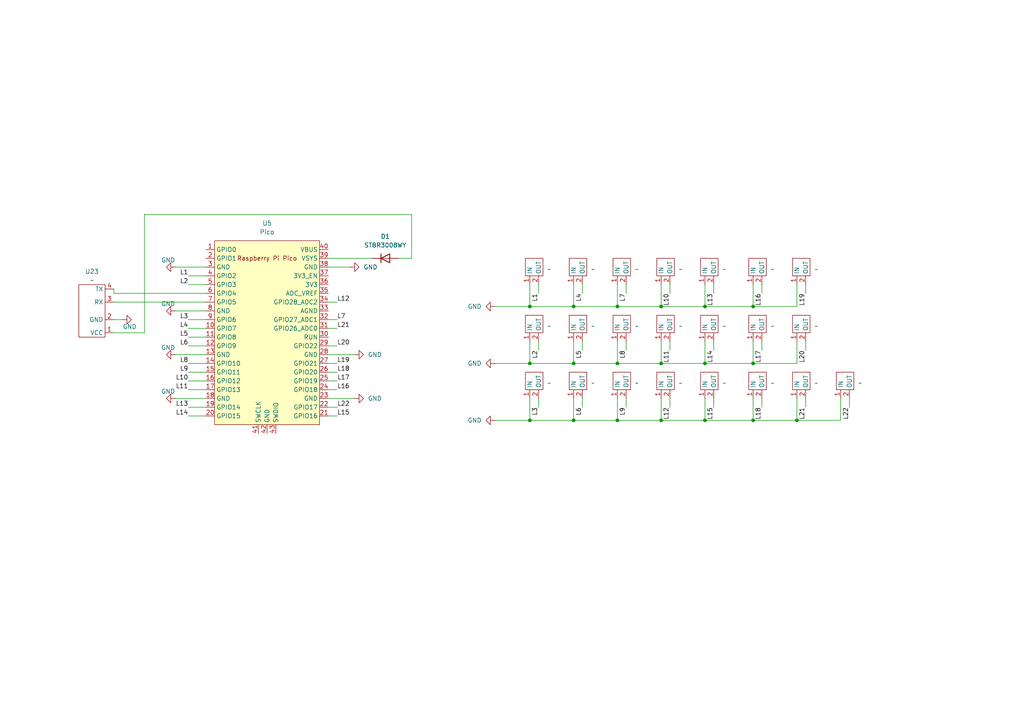
<source format=kicad_sch>
(kicad_sch (version 20231120) (generator "eeschema") (generator_version "8.0")
  (paper "A4")
  (lib_symbols
    (symbol "3:Communication_Port"
      (property "Reference" "U" (at 0 0 0))
      (symbol "Communication_Port_0_1"
        (rectangle (start -7.62 6.35) (end 7.62 -1.27))
      )
      (symbol "Communication_Port_1_1"
        (pin bidirectional line (at -6.35 -3.81 90) (length 2.54) (name "VCC") (number "1"))
        (pin bidirectional line (at -2.54 -3.81 90) (length 2.54) (name "GND") (number "2"))
        (pin bidirectional line (at 2.54 -3.81 90) (length 2.54) (name "RX") (number "3"))
        (pin bidirectional line (at 6.35 -3.81 90) (length 2.54) (name "TX") (number "4"))
      )
    )
    (symbol "AAA My Lib22:Gateron_Key"
      (property "Reference" "U" (at 0 0 0))
      (symbol "Gateron_Key_1_1"
        (rectangle (start -2.54 3.81) (end 2.54 -1.27))
        (pin input line (at -1.27 -3.81 90) (length 2.54) (name "IN") (number "1"))
        (pin output line (at 1.27 -3.81 90) (length 2.54) (name "OUT") (number "2"))
      )
    )
    (symbol "Diode:STBR3008WY" (pin_numbers hide) (pin_names hide)
      (property "Reference" "D" (at 0 5.08 0))
      (property "Value" "STBR3008WY" (at 0 2.54 0))
      (symbol "STBR3008WY_0_1"
        (polyline (pts (xy -1.27 1.27) (xy -1.27 -1.27)) (stroke (width 0.254)))
        (polyline (pts (xy 1.27 0) (xy -1.27 0)))
        (polyline (pts (xy 1.27 1.27) (xy 1.27 -1.27) (xy -1.27 0) (xy 1.27 1.27)) (stroke (width 0.254)))
      )
      (symbol "STBR3008WY_1_1"
        (pin passive line (at -3.81 0 0) (length 2.54) (name "K") (number "1"))
        (pin passive line (at 3.81 0 180) (length 2.54) (name "A") (number "2"))
      )
    )
    (symbol "MCU_RaspberryPi_and_Boards:Pico"
      (property "Reference" "U" (at -13.97 27.94 0))
      (property "Value" "Pico" (at 0 19.05 0))
      (symbol "Pico_0_0"
        (text "Raspberry Pi Pico" (at 0 21.59 0) (effects (font (size 1.27 1.27))))
      )
      (symbol "Pico_0_1"
        (rectangle (start -15.24 26.67) (end 15.24 -26.67) (fill (type background)))
      )
      (symbol "Pico_1_1"
        (pin bidirectional line (at -17.78 24.13 0) (length 2.54) (name "GPIO0") (number "1"))
        (pin bidirectional line (at -17.78 1.27 0) (length 2.54) (name "GPIO7") (number "10"))
        (pin bidirectional line (at -17.78 -1.27 0) (length 2.54) (name "GPIO8") (number "11"))
        (pin bidirectional line (at -17.78 -3.81 0) (length 2.54) (name "GPIO9") (number "12"))
        (pin power_in line (at -17.78 -6.35 0) (length 2.54) (name "GND") (number "13"))
        (pin bidirectional line (at -17.78 -8.89 0) (length 2.54) (name "GPIO10") (number "14"))
        (pin bidirectional line (at -17.78 -11.43 0) (length 2.54) (name "GPIO11") (number "15"))
        (pin bidirectional line (at -17.78 -13.97 0) (length 2.54) (name "GPIO12") (number "16"))
        (pin bidirectional line (at -17.78 -16.51 0) (length 2.54) (name "GPIO13") (number "17"))
        (pin power_in line (at -17.78 -19.05 0) (length 2.54) (name "GND") (number "18"))
        (pin bidirectional line (at -17.78 -21.59 0) (length 2.54) (name "GPIO14") (number "19"))
        (pin bidirectional line (at -17.78 21.59 0) (length 2.54) (name "GPIO1") (number "2"))
        (pin bidirectional line (at -17.78 -24.13 0) (length 2.54) (name "GPIO15") (number "20"))
        (pin bidirectional line (at 17.78 -24.13 180) (length 2.54) (name "GPIO16") (number "21"))
        (pin bidirectional line (at 17.78 -21.59 180) (length 2.54) (name "GPIO17") (number "22"))
        (pin power_in line (at 17.78 -19.05 180) (length 2.54) (name "GND") (number "23"))
        (pin bidirectional line (at 17.78 -16.51 180) (length 2.54) (name "GPIO18") (number "24"))
        (pin bidirectional line (at 17.78 -13.97 180) (length 2.54) (name "GPIO19") (number "25"))
        (pin bidirectional line (at 17.78 -11.43 180) (length 2.54) (name "GPIO20") (number "26"))
        (pin bidirectional line (at 17.78 -8.89 180) (length 2.54) (name "GPIO21") (number "27"))
        (pin power_in line (at 17.78 -6.35 180) (length 2.54) (name "GND") (number "28"))
        (pin bidirectional line (at 17.78 -3.81 180) (length 2.54) (name "GPIO22") (number "29"))
        (pin power_in line (at -17.78 19.05 0) (length 2.54) (name "GND") (number "3"))
        (pin input line (at 17.78 -1.27 180) (length 2.54) (name "RUN") (number "30"))
        (pin bidirectional line (at 17.78 1.27 180) (length 2.54) (name "GPIO26_ADC0") (number "31"))
        (pin bidirectional line (at 17.78 3.81 180) (length 2.54) (name "GPIO27_ADC1") (number "32"))
        (pin power_in line (at 17.78 6.35 180) (length 2.54) (name "AGND") (number "33"))
        (pin bidirectional line (at 17.78 8.89 180) (length 2.54) (name "GPIO28_ADC2") (number "34"))
        (pin power_in line (at 17.78 11.43 180) (length 2.54) (name "ADC_VREF") (number "35"))
        (pin power_in line (at 17.78 13.97 180) (length 2.54) (name "3V3") (number "36"))
        (pin input line (at 17.78 16.51 180) (length 2.54) (name "3V3_EN") (number "37"))
        (pin bidirectional line (at 17.78 19.05 180) (length 2.54) (name "GND") (number "38"))
        (pin power_in line (at 17.78 21.59 180) (length 2.54) (name "VSYS") (number "39"))
        (pin bidirectional line (at -17.78 16.51 0) (length 2.54) (name "GPIO2") (number "4"))
        (pin power_in line (at 17.78 24.13 180) (length 2.54) (name "VBUS") (number "40"))
        (pin input line (at -2.54 -29.21 90) (length 2.54) (name "SWCLK") (number "41"))
        (pin power_in line (at 0 -29.21 90) (length 2.54) (name "GND") (number "42"))
        (pin bidirectional line (at 2.54 -29.21 90) (length 2.54) (name "SWDIO") (number "43"))
        (pin bidirectional line (at -17.78 13.97 0) (length 2.54) (name "GPIO3") (number "5"))
        (pin bidirectional line (at -17.78 11.43 0) (length 2.54) (name "GPIO4") (number "6"))
        (pin bidirectional line (at -17.78 8.89 0) (length 2.54) (name "GPIO5") (number "7"))
        (pin power_in line (at -17.78 6.35 0) (length 2.54) (name "GND") (number "8"))
        (pin bidirectional line (at -17.78 3.81 0) (length 2.54) (name "GPIO6") (number "9"))
      )
    )
    (symbol "power:GND" (power) (pin_numbers hide) (pin_names (offset 0) hide)
      (property "Value" "GND" (at 0 -3.81 0))
      (symbol "GND_0_1"
        (polyline (pts (xy 0 0) (xy 0 -1.27) (xy 1.27 -1.27) (xy 0 -2.54) (xy -1.27 -1.27) (xy 0 -1.27)))
      )
      (symbol "GND_1_1"
        (pin power_in line (at 0 0 270) (length 0) (name "~") (number "1"))
      )
    )
  )
  (junction (at 218.44 105.41))
  (junction (at 179.07 88.9))
  (junction (at 231.14 121.92))
  (junction (at 153.67 105.41))
  (junction (at 218.44 121.92))
  (junction (at 218.44 88.9))
  (junction (at 179.07 121.92))
  (junction (at 204.47 121.92))
  (junction (at 166.37 88.9))
  (junction (at 153.67 121.92))
  (junction (at 191.77 105.41))
  (junction (at 166.37 105.41))
  (junction (at 179.07 105.41))
  (junction (at 191.77 88.9))
  (junction (at 153.67 88.9))
  (junction (at 191.77 121.92))
  (junction (at 204.47 105.41))
  (junction (at 204.47 88.9))
  (junction (at 166.37 121.92))
  (wire (pts (xy 54.61 92.71) (xy 59.69 92.71)))
  (wire (pts (xy 168.91 99.06) (xy 168.91 101.6)))
  (wire (pts (xy 166.37 115.57) (xy 166.37 121.92)))
  (wire (pts (xy 54.61 120.65) (xy 59.69 120.65)))
  (wire (pts (xy 179.07 121.92) (xy 191.77 121.92)))
  (wire (pts (xy 207.01 99.06) (xy 207.01 101.6)))
  (wire (pts (xy 33.02 87.63) (xy 59.69 87.63)))
  (wire (pts (xy 191.77 99.06) (xy 191.77 105.41)))
  (wire (pts (xy 119.38 62.23) (xy 119.38 74.93)))
  (wire (pts (xy 204.47 99.06) (xy 204.47 105.41)))
  (wire (pts (xy 54.61 100.33) (xy 59.69 100.33)))
  (wire (pts (xy 54.61 113.03) (xy 59.69 113.03)))
  (wire (pts (xy 204.47 121.92) (xy 218.44 121.92)))
  (wire (pts (xy 179.07 88.9) (xy 179.07 82.55)))
  (wire (pts (xy 231.14 88.9) (xy 231.14 82.55)))
  (wire (pts (xy 191.77 105.41) (xy 204.47 105.41)))
  (wire (pts (xy 95.25 87.63) (xy 97.79 87.63)))
  (wire (pts (xy 168.91 82.55) (xy 168.91 85.09)))
  (wire (pts (xy 204.47 88.9) (xy 204.47 82.55)))
  (wire (pts (xy 243.84 115.57) (xy 243.84 121.92)))
  (wire (pts (xy 33.02 92.71) (xy 35.56 92.71)))
  (wire (pts (xy 95.25 115.57) (xy 102.87 115.57)))
  (wire (pts (xy 95.25 95.25) (xy 97.79 95.25)))
  (wire (pts (xy 54.61 107.95) (xy 59.69 107.95)))
  (wire (pts (xy 95.25 107.95) (xy 97.79 107.95)))
  (wire (pts (xy 95.25 120.65) (xy 97.79 120.65)))
  (wire (pts (xy 204.47 121.92) (xy 191.77 121.92)))
  (wire (pts (xy 143.51 88.9) (xy 153.67 88.9)))
  (wire (pts (xy 166.37 88.9) (xy 179.07 88.9)))
  (wire (pts (xy 179.07 88.9) (xy 191.77 88.9)))
  (wire (pts (xy 95.25 118.11) (xy 97.79 118.11)))
  (wire (pts (xy 194.31 82.55) (xy 194.31 85.09)))
  (wire (pts (xy 156.21 115.57) (xy 156.21 118.11)))
  (wire (pts (xy 243.84 121.92) (xy 231.14 121.92)))
  (wire (pts (xy 54.61 82.55) (xy 59.69 82.55)))
  (wire (pts (xy 194.31 115.57) (xy 194.31 118.11)))
  (wire (pts (xy 153.67 88.9) (xy 153.67 82.55)))
  (wire (pts (xy 54.61 97.79) (xy 59.69 97.79)))
  (wire (pts (xy 231.14 121.92) (xy 218.44 121.92)))
  (wire (pts (xy 95.25 92.71) (xy 97.79 92.71)))
  (wire (pts (xy 54.61 95.25) (xy 59.69 95.25)))
  (wire (pts (xy 143.51 121.92) (xy 153.67 121.92)))
  (wire (pts (xy 95.25 77.47) (xy 101.6 77.47)))
  (wire (pts (xy 41.91 96.52) (xy 33.02 96.52)))
  (wire (pts (xy 54.61 105.41) (xy 59.69 105.41)))
  (wire (pts (xy 54.61 110.49) (xy 59.69 110.49)))
  (wire (pts (xy 191.77 88.9) (xy 191.77 82.55)))
  (wire (pts (xy 156.21 99.06) (xy 156.21 101.6)))
  (wire (pts (xy 204.47 115.57) (xy 204.47 121.92)))
  (wire (pts (xy 179.07 105.41) (xy 191.77 105.41)))
  (wire (pts (xy 191.77 88.9) (xy 204.47 88.9)))
  (wire (pts (xy 95.25 74.93) (xy 107.95 74.93)))
  (wire (pts (xy 231.14 99.06) (xy 231.14 105.41)))
  (wire (pts (xy 218.44 115.57) (xy 218.44 121.92)))
  (wire (pts (xy 156.21 82.55) (xy 156.21 85.09)))
  (wire (pts (xy 233.68 99.06) (xy 233.68 101.6)))
  (wire (pts (xy 33.02 85.09) (xy 33.02 83.82)))
  (wire (pts (xy 181.61 99.06) (xy 181.61 101.6)))
  (wire (pts (xy 41.91 62.23) (xy 41.91 96.52)))
  (wire (pts (xy 50.8 102.87) (xy 59.69 102.87)))
  (wire (pts (xy 153.67 99.06) (xy 153.67 105.41)))
  (wire (pts (xy 166.37 99.06) (xy 166.37 105.41)))
  (wire (pts (xy 220.98 115.57) (xy 220.98 118.11)))
  (wire (pts (xy 143.51 105.41) (xy 153.67 105.41)))
  (wire (pts (xy 207.01 115.57) (xy 207.01 118.11)))
  (wire (pts (xy 95.25 102.87) (xy 102.87 102.87)))
  (wire (pts (xy 179.07 121.92) (xy 166.37 121.92)))
  (wire (pts (xy 95.25 100.33) (xy 97.79 100.33)))
  (wire (pts (xy 54.61 80.01) (xy 59.69 80.01)))
  (wire (pts (xy 218.44 88.9) (xy 218.44 82.55)))
  (wire (pts (xy 50.8 77.47) (xy 59.69 77.47)))
  (wire (pts (xy 95.25 105.41) (xy 97.79 105.41)))
  (wire (pts (xy 41.91 62.23) (xy 119.38 62.23)))
  (wire (pts (xy 50.8 90.17) (xy 59.69 90.17)))
  (wire (pts (xy 50.8 115.57) (xy 59.69 115.57)))
  (wire (pts (xy 181.61 82.55) (xy 181.61 85.09)))
  (wire (pts (xy 59.69 85.09) (xy 33.02 85.09)))
  (wire (pts (xy 204.47 88.9) (xy 218.44 88.9)))
  (wire (pts (xy 194.31 99.06) (xy 194.31 101.6)))
  (wire (pts (xy 218.44 99.06) (xy 218.44 105.41)))
  (wire (pts (xy 95.25 110.49) (xy 97.79 110.49)))
  (wire (pts (xy 166.37 88.9) (xy 166.37 82.55)))
  (wire (pts (xy 153.67 105.41) (xy 166.37 105.41)))
  (wire (pts (xy 191.77 115.57) (xy 191.77 121.92)))
  (wire (pts (xy 207.01 82.55) (xy 207.01 85.09)))
  (wire (pts (xy 153.67 88.9) (xy 166.37 88.9)))
  (wire (pts (xy 166.37 105.41) (xy 179.07 105.41)))
  (wire (pts (xy 233.68 115.57) (xy 233.68 118.11)))
  (wire (pts (xy 95.25 113.03) (xy 97.79 113.03)))
  (wire (pts (xy 204.47 105.41) (xy 218.44 105.41)))
  (wire (pts (xy 168.91 115.57) (xy 168.91 118.11)))
  (wire (pts (xy 166.37 121.92) (xy 153.67 121.92)))
  (wire (pts (xy 218.44 105.41) (xy 231.14 105.41)))
  (wire (pts (xy 153.67 121.92) (xy 153.67 115.57)))
  (wire (pts (xy 179.07 99.06) (xy 179.07 105.41)))
  (wire (pts (xy 218.44 88.9) (xy 231.14 88.9)))
  (wire (pts (xy 233.68 82.55) (xy 233.68 85.09)))
  (wire (pts (xy 220.98 82.55) (xy 220.98 85.09)))
  (wire (pts (xy 119.38 74.93) (xy 115.57 74.93)))
  (wire (pts (xy 181.61 115.57) (xy 181.61 118.11)))
  (wire (pts (xy 54.61 118.11) (xy 59.69 118.11)))
  (wire (pts (xy 179.07 115.57) (xy 179.07 121.92)))
  (wire (pts (xy 231.14 115.57) (xy 231.14 121.92)))
  (wire (pts (xy 246.38 115.57) (xy 246.38 118.11)))
  (wire (pts (xy 220.98 99.06) (xy 220.98 101.6)))
  (label "L17" (at 97.79 110.49 0))
  (label "L20" (at 97.79 100.33 0))
  (label "L12" (at 194.31 118.11 270))
  (label "L19" (at 233.68 85.09 270))
  (label "L22" (at 97.79 118.11 0))
  (label "L7" (at 97.79 92.71 0))
  (label "L7" (at 181.61 85.09 270))
  (label "L13" (at 54.61 118.11 180))
  (label "L6" (at 168.91 118.11 270))
  (label "L14" (at 207.01 101.6 270))
  (label "L1" (at 54.61 80.01 180))
  (label "L9" (at 54.61 107.95 180))
  (label "L4" (at 54.61 95.25 180))
  (label "L3" (at 54.61 92.71 180))
  (label "L16" (at 97.79 113.03 0))
  (label "L14" (at 54.61 120.65 180))
  (label "L1" (at 156.21 85.09 270))
  (label "L10" (at 54.61 110.49 180))
  (label "L19" (at 97.79 105.41 0))
  (label "L2" (at 54.61 82.55 180))
  (label "L11" (at 54.61 113.03 180))
  (label "L15" (at 97.79 120.65 0))
  (label "L4" (at 168.91 85.09 270))
  (label "L13" (at 207.01 85.09 270))
  (label "L15" (at 207.01 118.11 270))
  (label "L10" (at 194.31 85.09 270))
  (label "L17" (at 220.98 101.6 270))
  (label "L16" (at 220.98 85.09 270))
  (label "L12" (at 97.79 87.63 0))
  (label "L11" (at 194.31 101.6 270))
  (label "L18" (at 220.98 118.11 270))
  (label "L6" (at 54.61 100.33 180))
  (label "L21" (at 97.79 95.25 0))
  (label "L18" (at 97.79 107.95 0))
  (label "L21" (at 233.68 118.11 270))
  (label "L8" (at 54.61 105.41 180))
  (label "L5" (at 54.61 97.79 180))
  (label "L3" (at 156.21 118.11 270))
  (label "L20" (at 233.68 101.6 270))
  (label "L9" (at 181.61 118.11 270))
  (label "L8" (at 181.61 101.6 270))
  (label "L22" (at 246.38 118.11 270))
  (label "L5" (at 168.91 101.6 270))
  (label "L2" (at 156.21 101.6 270))
  (symbol (lib_id "AAA My Lib22:Gateron_Key") (at 232.41 78.74 0) (unit 1)
    (property "Reference" "U18" (at 236.22 76.835 0) (effects (font (size 0.0254 0.0254)) (justify left)))
    (property "Value" "~" (at 236.22 78.105 0) (effects (justify left)))
    (property "Footprint" "1:Gateron Switch Footprint" (effects (hide yes)))
  )
  (symbol (lib_id "power:GND") (at 50.8 102.87 270) (unit 1)
    (property "Reference" "#PWR010" (effects (hide yes)))
    (property "Value" "GND" (at 50.8 100.838 90) (effects (justify right)))
    (property "Description" "Power symbol creates a global label with name \"GND\" , ground" (effects (hide yes)))
  )
  (symbol (lib_id "AAA My Lib22:Gateron_Key") (at 167.64 78.74 0) (unit 1)
    (property "Reference" "U2" (at 171.45 76.835 0) (effects (font (size 0.0254 0.0254)) (justify left)))
    (property "Value" "~" (at 171.45 78.105 0) (effects (justify left)))
    (property "Footprint" "1:Gateron Switch Footprint" (effects (hide yes)))
  )
  (symbol (lib_id "AAA My Lib22:Gateron_Key") (at 193.04 78.74 0) (unit 1)
    (property "Reference" "U4" (at 196.85 76.835 0) (effects (font (size 0.0254 0.0254)) (justify left)))
    (property "Value" "~" (at 196.85 78.105 0) (effects (justify left)))
    (property "Footprint" "1:Gateron Switch Footprint" (effects (hide yes)))
  )
  (symbol (lib_id "AAA My Lib22:Gateron_Key") (at 180.34 111.76 0) (unit 1)
    (property "Reference" "U14" (at 184.15 109.855 0) (effects (font (size 0.0254 0.0254)) (justify left)))
    (property "Value" "~" (at 184.15 111.125 0) (effects (justify left)))
    (property "Footprint" "1:Gateron Switch Footprint" (effects (hide yes)))
  )
  (symbol (lib_id "AAA My Lib22:Gateron_Key") (at 219.71 95.25 0) (unit 1)
    (property "Reference" "U19" (at 223.52 93.345 0) (effects (font (size 0.0254 0.0254)) (justify left)))
    (property "Value" "~" (at 223.52 94.615 0) (effects (justify left)))
    (property "Footprint" "1:Gateron Switch Footprint" (effects (hide yes)))
  )
  (symbol (lib_id "MCU_RaspberryPi_and_Boards:Pico") (at 77.47 96.52 0) (unit 1)
    (property "Reference" "U5" (at 77.47 64.77 0))
    (property "Value" "Pico" (at 77.47 67.31 0))
    (property "Footprint" "MCU_RaspberryPi_and_Boards:RPi_Pico_SMD_TH" (effects (hide yes)))
  )
  (symbol (lib_id "AAA My Lib22:Gateron_Key") (at 205.74 95.25 0) (unit 1)
    (property "Reference" "U11" (at 209.55 93.345 0) (effects (font (size 0.0254 0.0254)) (justify left)))
    (property "Value" "~" (at 209.55 94.615 0) (effects (justify left)))
    (property "Footprint" "1:Gateron Switch Footprint" (effects (hide yes)))
  )
  (symbol (lib_id "AAA My Lib22:Gateron_Key") (at 205.74 111.76 0) (unit 1)
    (property "Reference" "U16" (at 209.55 109.855 0) (effects (font (size 0.0254 0.0254)) (justify left)))
    (property "Value" "~" (at 209.55 111.125 0) (effects (justify left)))
    (property "Footprint" "1:Gateron Switch Footprint" (effects (hide yes)))
  )
  (symbol (lib_id "AAA My Lib22:Gateron_Key") (at 154.94 95.25 0) (unit 1)
    (property "Reference" "U7" (at 158.75 93.345 0) (effects (font (size 0.0254 0.0254)) (justify left)))
    (property "Value" "~" (at 158.75 94.615 0) (effects (justify left)))
    (property "Footprint" "1:Gateron Switch Footprint" (effects (hide yes)))
  )
  (symbol (lib_id "AAA My Lib22:Gateron_Key") (at 219.71 78.74 0) (unit 1)
    (property "Reference" "U17" (at 223.52 76.835 0) (effects (font (size 0.0254 0.0254)) (justify left)))
    (property "Value" "~" (at 223.52 78.105 0) (effects (justify left)))
    (property "Footprint" "1:Gateron Switch Footprint" (effects (hide yes)))
  )
  (symbol (lib_id "AAA My Lib22:Gateron_Key") (at 245.11 111.76 0) (unit 1)
    (property "Reference" "U24" (at 248.92 109.855 0) (effects (font (size 0.0254 0.0254)) (justify left)))
    (property "Value" "~" (at 248.92 111.125 0) (effects (justify left)))
    (property "Footprint" "1:Gateron Switch Footprint" (effects (hide yes)))
  )
  (symbol (lib_id "power:GND") (at 143.51 105.41 270) (unit 1)
    (property "Reference" "#PWR07" (effects (hide yes)))
    (property "Value" "GND" (at 139.7 105.4099 90) (effects (justify right)))
    (property "Description" "Power symbol creates a global label with name \"GND\" , ground" (effects (hide yes)))
  )
  (symbol (lib_id "AAA My Lib22:Gateron_Key") (at 193.04 111.76 0) (unit 1)
    (property "Reference" "U15" (at 196.85 109.855 0) (effects (font (size 0.0254 0.0254)) (justify left)))
    (property "Value" "~" (at 196.85 111.125 0) (effects (justify left)))
    (property "Footprint" "1:Gateron Switch Footprint" (effects (hide yes)))
  )
  (symbol (lib_id "power:GND") (at 102.87 102.87 90) (unit 1)
    (property "Reference" "#PWR05" (effects (hide yes)))
    (property "Value" "GND" (at 106.68 102.8699 90) (effects (justify right)))
    (property "Description" "Power symbol creates a global label with name \"GND\" , ground" (effects (hide yes)))
  )
  (symbol (lib_id "power:GND") (at 143.51 88.9 270) (unit 1)
    (property "Reference" "#PWR06" (effects (hide yes)))
    (property "Value" "GND" (at 139.7 88.8999 90) (effects (justify right)))
    (property "Description" "Power symbol creates a global label with name \"GND\" , ground" (effects (hide yes)))
  )
  (symbol (lib_id "AAA My Lib22:Gateron_Key") (at 219.71 111.76 0) (unit 1)
    (property "Reference" "U21" (at 223.52 109.855 0) (effects (font (size 0.0254 0.0254)) (justify left)))
    (property "Value" "~" (at 223.52 111.125 0) (effects (justify left)))
    (property "Footprint" "1:Gateron Switch Footprint" (effects (hide yes)))
  )
  (symbol (lib_id "AAA My Lib22:Gateron_Key") (at 180.34 78.74 0) (unit 1)
    (property "Reference" "U3" (at 184.15 76.835 0) (effects (font (size 0.0254 0.0254)) (justify left)))
    (property "Value" "~" (at 184.15 78.105 0) (effects (justify left)))
    (property "Footprint" "1:Gateron Switch Footprint" (effects (hide yes)))
  )
  (symbol (lib_id "AAA My Lib22:Gateron_Key") (at 232.41 111.76 0) (unit 1)
    (property "Reference" "U22" (at 236.22 109.855 0) (effects (font (size 0.0254 0.0254)) (justify left)))
    (property "Value" "~" (at 236.22 111.125 0) (effects (justify left)))
    (property "Footprint" "1:Gateron Switch Footprint" (effects (hide yes)))
  )
  (symbol (lib_id "AAA My Lib22:Gateron_Key") (at 154.94 111.76 0) (unit 1)
    (property "Reference" "U12" (at 158.75 109.855 0) (effects (font (size 0.0254 0.0254)) (justify left)))
    (property "Value" "~" (at 158.75 111.125 0) (effects (justify left)))
    (property "Footprint" "1:Gateron Switch Footprint" (effects (hide yes)))
  )
  (symbol (lib_id "power:GND") (at 50.8 90.17 270) (unit 1)
    (property "Reference" "#PWR09" (effects (hide yes)))
    (property "Value" "GND" (at 50.8 88.138 90) (effects (justify right)))
    (property "Description" "Power symbol creates a global label with name \"GND\" , ground" (effects (hide yes)))
  )
  (symbol (lib_id "Diode:STBR3008WY") (at 111.76 74.93 0) (unit 1)
    (property "Reference" "D1" (at 111.76 68.58 0))
    (property "Value" "STBR3008WY" (at 111.76 71.12 0))
    (property "Footprint" "Diode_THT:D_DO-247_Vertical" (effects (hide yes)))
    (property "Datasheet" "https://www.st.com/resource/en/datasheet/stbr3008-y.pdf" (effects (hide yes)))
    (property "Description" "800V, 30A, General Purpose Rectifier Diode, DO-247" (effects (hide yes)))
    (property "Sim.Device" "D" (effects (hide yes)))
    (property "Sim.Pins" "1=K 2=A" (effects (hide yes)))
  )
  (symbol (lib_id "3:Communication_Port") (at 29.21 90.17 90) (unit 1)
    (property "Reference" "U23" (at 26.67 78.74 90))
    (property "Value" "~" (at 26.67 81.28 90))
    (property "Footprint" "AAA:Communication Port" (effects (hide yes)))
  )
  (symbol (lib_id "AAA My Lib22:Gateron_Key") (at 154.94 78.74 0) (unit 1)
    (property "Reference" "U1" (at 158.75 76.835 0) (effects (font (size 0.0254 0.0254)) (justify left)))
    (property "Value" "~" (at 158.75 78.105 0) (effects (justify left)))
    (property "Footprint" "1:Gateron Switch Footprint" (effects (hide yes)))
  )
  (symbol (lib_id "AAA My Lib22:Gateron_Key") (at 167.64 95.25 0) (unit 1)
    (property "Reference" "U8" (at 171.45 93.345 0) (effects (font (size 0.0254 0.0254)) (justify left)))
    (property "Value" "~" (at 171.45 94.615 0) (effects (justify left)))
    (property "Footprint" "1:Gateron Switch Footprint" (effects (hide yes)))
  )
  (symbol (lib_id "AAA My Lib22:Gateron_Key") (at 180.34 95.25 0) (unit 1)
    (property "Reference" "U9" (at 184.15 93.345 0) (effects (font (size 0.0254 0.0254)) (justify left)))
    (property "Value" "~" (at 184.15 94.615 0) (effects (justify left)))
    (property "Footprint" "1:Gateron Switch Footprint" (effects (hide yes)))
  )
  (symbol (lib_id "AAA My Lib22:Gateron_Key") (at 205.74 78.74 0) (unit 1)
    (property "Reference" "U6" (at 209.55 76.835 0) (effects (font (size 0.0254 0.0254)) (justify left)))
    (property "Value" "~" (at 209.55 78.105 0) (effects (justify left)))
    (property "Footprint" "1:Gateron Switch Footprint" (effects (hide yes)))
  )
  (symbol (lib_id "power:GND") (at 50.8 115.57 270) (unit 1)
    (property "Reference" "#PWR011" (effects (hide yes)))
    (property "Value" "GND" (at 50.8 113.538 90) (effects (justify right)))
    (property "Description" "Power symbol creates a global label with name \"GND\" , ground" (effects (hide yes)))
  )
  (symbol (lib_id "AAA My Lib22:Gateron_Key") (at 193.04 95.25 0) (unit 1)
    (property "Reference" "U10" (at 196.85 93.345 0) (effects (font (size 0.0254 0.0254)) (justify left)))
    (property "Value" "~" (at 196.85 94.615 0) (effects (justify left)))
    (property "Footprint" "1:Gateron Switch Footprint" (effects (hide yes)))
  )
  (symbol (lib_id "power:GND") (at 101.6 77.47 90) (unit 1)
    (property "Reference" "#PWR01" (effects (hide yes)))
    (property "Value" "GND" (at 105.41 77.4699 90) (effects (justify right)))
    (property "Description" "Power symbol creates a global label with name \"GND\" , ground" (effects (hide yes)))
  )
  (symbol (lib_id "power:GND") (at 50.8 77.47 270) (unit 1)
    (property "Reference" "#PWR04" (effects (hide yes)))
    (property "Value" "GND" (at 50.8 75.438 90) (effects (justify right)))
    (property "Description" "Power symbol creates a global label with name \"GND\" , ground" (effects (hide yes)))
  )
  (symbol (lib_id "power:GND") (at 35.56 92.71 90) (unit 1)
    (property "Reference" "#PWR02" (effects (hide yes)))
    (property "Value" "GND" (at 35.56 94.742 90) (effects (justify right)))
    (property "Description" "Power symbol creates a global label with name \"GND\" , ground" (effects (hide yes)))
  )
  (symbol (lib_id "power:GND") (at 143.51 121.92 270) (unit 1)
    (property "Reference" "#PWR08" (effects (hide yes)))
    (property "Value" "GND" (at 139.7 121.9199 90) (effects (justify right)))
    (property "Description" "Power symbol creates a global label with name \"GND\" , ground" (effects (hide yes)))
  )
  (symbol (lib_id "AAA My Lib22:Gateron_Key") (at 232.41 95.25 0) (unit 1)
    (property "Reference" "U20" (at 236.22 93.345 0) (effects (font (size 0.0254 0.0254)) (justify left)))
    (property "Value" "~" (at 236.22 94.615 0) (effects (justify left)))
    (property "Footprint" "1:Gateron Switch Footprint" (effects (hide yes)))
  )
  (symbol (lib_id "AAA My Lib22:Gateron_Key") (at 167.64 111.76 0) (unit 1)
    (property "Reference" "U13" (at 171.45 109.855 0) (effects (font (size 0.0254 0.0254)) (justify left)))
    (property "Value" "~" (at 171.45 111.125 0) (effects (justify left)))
    (property "Footprint" "1:Gateron Switch Footprint" (effects (hide yes)))
  )
  (symbol (lib_id "power:GND") (at 102.87 115.57 90) (unit 1)
    (property "Reference" "#PWR03" (effects (hide yes)))
    (property "Value" "GND" (at 106.68 115.5699 90) (effects (justify right)))
    (property "Description" "Power symbol creates a global label with name \"GND\" , ground" (effects (hide yes)))
  )
)
</source>
